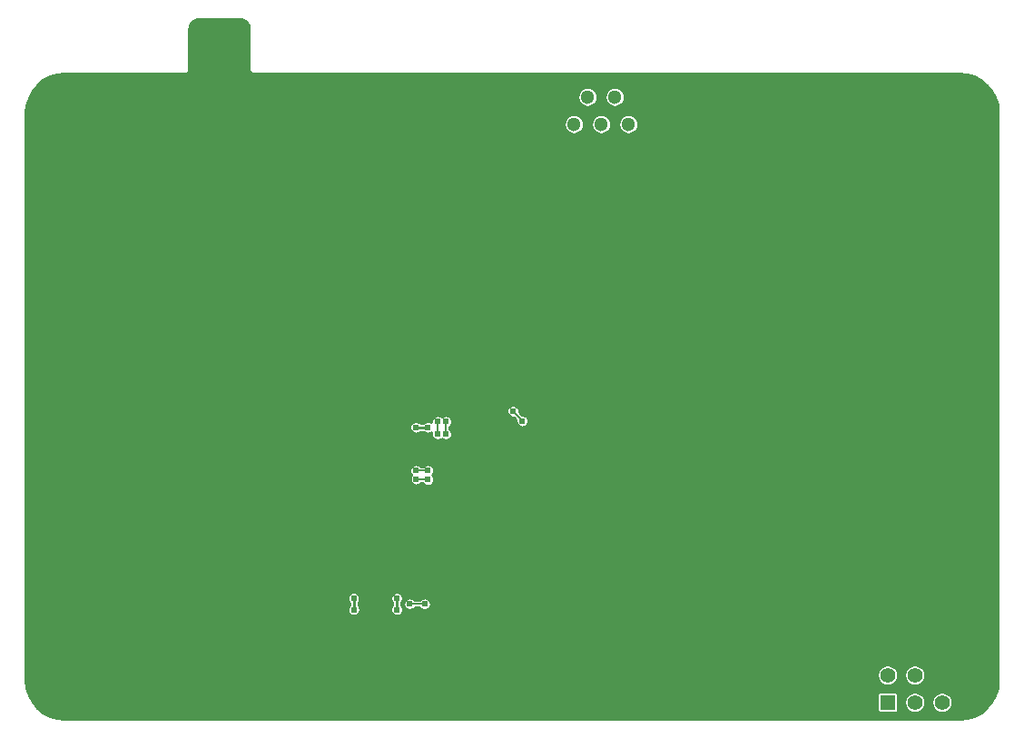
<source format=gbl>
G04 #@! TF.GenerationSoftware,KiCad,Pcbnew,5.1.5-52549c5~84~ubuntu18.04.1*
G04 #@! TF.CreationDate,2019-12-12T20:24:59-05:00*
G04 #@! TF.ProjectId,Shutdown_Sense,53687574-646f-4776-9e5f-53656e73652e,rev?*
G04 #@! TF.SameCoordinates,Original*
G04 #@! TF.FileFunction,Copper,L2,Bot*
G04 #@! TF.FilePolarity,Positive*
%FSLAX46Y46*%
G04 Gerber Fmt 4.6, Leading zero omitted, Abs format (unit mm)*
G04 Created by KiCad (PCBNEW 5.1.5-52549c5~84~ubuntu18.04.1) date 2019-12-12 20:24:59*
%MOMM*%
%LPD*%
G04 APERTURE LIST*
%ADD10C,1.400000*%
%ADD11R,1.400000X1.400000*%
%ADD12C,1.300000*%
%ADD13C,0.800000*%
%ADD14C,0.609600*%
%ADD15C,0.250000*%
%ADD16C,0.381000*%
%ADD17C,0.254000*%
%ADD18C,0.152400*%
G04 APERTURE END LIST*
D10*
X188264800Y-96875600D03*
X188264800Y-99415600D03*
X185724800Y-96875600D03*
X185724800Y-99415600D03*
X183184800Y-96875600D03*
D11*
X183184800Y-99415600D03*
D12*
X155194000Y-42934000D03*
X157734000Y-42934000D03*
X160274000Y-42934000D03*
X152654000Y-42934000D03*
X159004000Y-45474000D03*
X156464000Y-45474000D03*
X153924000Y-45474000D03*
X151384000Y-45474000D03*
X150114000Y-42934000D03*
X148844000Y-45474000D03*
X147574000Y-42934000D03*
X146304000Y-45474000D03*
X145034000Y-42934000D03*
X143764000Y-45474000D03*
X142494000Y-42934000D03*
X141224000Y-45474000D03*
X139954000Y-42934000D03*
X138684000Y-45474000D03*
X137414000Y-42934000D03*
X136144000Y-45474000D03*
D13*
X174485320Y-74889480D03*
X181975780Y-46545620D03*
X186679860Y-55575320D03*
X186654460Y-49776500D03*
D14*
X167060900Y-67759700D03*
D13*
X168295340Y-72024360D03*
X186654460Y-46621820D03*
D14*
X163314400Y-57536200D03*
D13*
X171749740Y-74889480D03*
X186692560Y-52745760D03*
X169649160Y-74889480D03*
X177820340Y-74853920D03*
X184856140Y-46558320D03*
D14*
X155854400Y-69088000D03*
X155854400Y-71170800D03*
X144221200Y-51968400D03*
X147980400Y-48564800D03*
X152704800Y-50038000D03*
X137464800Y-57404000D03*
X142341600Y-60299600D03*
X161696400Y-42926000D03*
X128981200Y-83616800D03*
X133502400Y-83616800D03*
X190754000Y-96824800D03*
X137414000Y-100330000D03*
X129387600Y-100330000D03*
X141478000Y-100152199D03*
X149504400Y-100152199D03*
X157581600Y-100152199D03*
X165608000Y-100152199D03*
X173634400Y-100152199D03*
X140309600Y-73761600D03*
X139192000Y-73761600D03*
X149099492Y-73153492D03*
X148240308Y-72243508D03*
X138607800Y-90220800D03*
X140004800Y-90220802D03*
X141986000Y-73213000D03*
X141986000Y-74381400D03*
X139217400Y-78587600D03*
X140309600Y-78638400D03*
X141223997Y-74381400D03*
X141224000Y-73213000D03*
X140309592Y-77774800D03*
X139191988Y-77774800D03*
X137414000Y-90754160D03*
X137414000Y-89687360D03*
X133400800Y-90754211D03*
X133385230Y-89687411D03*
D15*
X170214845Y-74889480D02*
X170217385Y-74892020D01*
D16*
X181988480Y-46558320D02*
X181975780Y-46545620D01*
D17*
X167060900Y-67759700D02*
X167365699Y-68064499D01*
D16*
X186679860Y-52758460D02*
X186692560Y-52745760D01*
X186679860Y-55575320D02*
X186679860Y-52758460D01*
D17*
X167365699Y-70289539D02*
X168295340Y-71219180D01*
D15*
X170217385Y-74892020D02*
X171747200Y-74892020D01*
X168295340Y-71219180D02*
X168295340Y-72024360D01*
X174520880Y-74853920D02*
X174485320Y-74889480D01*
D16*
X184856140Y-46558320D02*
X181988480Y-46558320D01*
D15*
X177820340Y-74853920D02*
X174520880Y-74853920D01*
D16*
X186654460Y-49776500D02*
X186654460Y-49210815D01*
D17*
X167365699Y-68064499D02*
X167365699Y-70289539D01*
D15*
X171747200Y-74892020D02*
X171749740Y-74889480D01*
D16*
X186654460Y-49210815D02*
X186654460Y-46621820D01*
D15*
X169649160Y-74889480D02*
X170214845Y-74889480D01*
D17*
X140309600Y-73761600D02*
X139192000Y-73761600D01*
D18*
X149099492Y-73153492D02*
X149099492Y-73102692D01*
X149099492Y-73102692D02*
X148240308Y-72243508D01*
X140004798Y-90220800D02*
X140004800Y-90220802D01*
X138607800Y-90220800D02*
X140004798Y-90220800D01*
X141986000Y-73213000D02*
X141986000Y-74381400D01*
X139217400Y-78587600D02*
X140258800Y-78587600D01*
X140258800Y-78587600D02*
X140309600Y-78638400D01*
X141223997Y-74381400D02*
X141223997Y-73213003D01*
X141223997Y-73213003D02*
X141224000Y-73213000D01*
X139191988Y-77774800D02*
X140309592Y-77774800D01*
D17*
X137414000Y-90754160D02*
X137414000Y-89687360D01*
X133400800Y-90754211D02*
X133400800Y-89702981D01*
X133400800Y-89702981D02*
X133385230Y-89687411D01*
G36*
X122918628Y-35704147D02*
G01*
X123084688Y-35754283D01*
X123237842Y-35835715D01*
X123372267Y-35945350D01*
X123482832Y-36079000D01*
X123565335Y-36231586D01*
X123616627Y-36397284D01*
X123636601Y-36587326D01*
X123636600Y-40367369D01*
X123634765Y-40386001D01*
X123642090Y-40460376D01*
X123663785Y-40531893D01*
X123699015Y-40597804D01*
X123745365Y-40654282D01*
X123746426Y-40655575D01*
X123804197Y-40702986D01*
X123870108Y-40738216D01*
X123941625Y-40759911D01*
X124016000Y-40767236D01*
X124034632Y-40765401D01*
X189847446Y-40765401D01*
X190568888Y-40836139D01*
X191245010Y-41040272D01*
X191868602Y-41371843D01*
X192415914Y-41818219D01*
X192866104Y-42362405D01*
X193202019Y-42983667D01*
X193410866Y-43658343D01*
X193486571Y-44378619D01*
X193486599Y-44386743D01*
X193486600Y-97327437D01*
X193415861Y-98048889D01*
X193211728Y-98725011D01*
X192880157Y-99348605D01*
X192433779Y-99895918D01*
X191889595Y-100346105D01*
X191268333Y-100682020D01*
X190593656Y-100890868D01*
X189873382Y-100966572D01*
X189865257Y-100966600D01*
X106444553Y-100966600D01*
X105723111Y-100895862D01*
X105046989Y-100691729D01*
X104423395Y-100360158D01*
X103876082Y-99913780D01*
X103425895Y-99369596D01*
X103089980Y-98748334D01*
X103079848Y-98715600D01*
X182204049Y-98715600D01*
X182204049Y-100115600D01*
X182209444Y-100170372D01*
X182225420Y-100223039D01*
X182251364Y-100271577D01*
X182286279Y-100314121D01*
X182328823Y-100349036D01*
X182377361Y-100374980D01*
X182430028Y-100390956D01*
X182484800Y-100396351D01*
X183884800Y-100396351D01*
X183939572Y-100390956D01*
X183992239Y-100374980D01*
X184040777Y-100349036D01*
X184083321Y-100314121D01*
X184118236Y-100271577D01*
X184144180Y-100223039D01*
X184160156Y-100170372D01*
X184165551Y-100115600D01*
X184165551Y-99319138D01*
X184745400Y-99319138D01*
X184745400Y-99512062D01*
X184783038Y-99701280D01*
X184856867Y-99879520D01*
X184964050Y-100039931D01*
X185100469Y-100176350D01*
X185260880Y-100283533D01*
X185439120Y-100357362D01*
X185628338Y-100395000D01*
X185821262Y-100395000D01*
X186010480Y-100357362D01*
X186188720Y-100283533D01*
X186349131Y-100176350D01*
X186485550Y-100039931D01*
X186592733Y-99879520D01*
X186666562Y-99701280D01*
X186704200Y-99512062D01*
X186704200Y-99319138D01*
X187285400Y-99319138D01*
X187285400Y-99512062D01*
X187323038Y-99701280D01*
X187396867Y-99879520D01*
X187504050Y-100039931D01*
X187640469Y-100176350D01*
X187800880Y-100283533D01*
X187979120Y-100357362D01*
X188168338Y-100395000D01*
X188361262Y-100395000D01*
X188550480Y-100357362D01*
X188728720Y-100283533D01*
X188889131Y-100176350D01*
X189025550Y-100039931D01*
X189132733Y-99879520D01*
X189206562Y-99701280D01*
X189244200Y-99512062D01*
X189244200Y-99319138D01*
X189206562Y-99129920D01*
X189132733Y-98951680D01*
X189025550Y-98791269D01*
X188889131Y-98654850D01*
X188728720Y-98547667D01*
X188550480Y-98473838D01*
X188361262Y-98436200D01*
X188168338Y-98436200D01*
X187979120Y-98473838D01*
X187800880Y-98547667D01*
X187640469Y-98654850D01*
X187504050Y-98791269D01*
X187396867Y-98951680D01*
X187323038Y-99129920D01*
X187285400Y-99319138D01*
X186704200Y-99319138D01*
X186666562Y-99129920D01*
X186592733Y-98951680D01*
X186485550Y-98791269D01*
X186349131Y-98654850D01*
X186188720Y-98547667D01*
X186010480Y-98473838D01*
X185821262Y-98436200D01*
X185628338Y-98436200D01*
X185439120Y-98473838D01*
X185260880Y-98547667D01*
X185100469Y-98654850D01*
X184964050Y-98791269D01*
X184856867Y-98951680D01*
X184783038Y-99129920D01*
X184745400Y-99319138D01*
X184165551Y-99319138D01*
X184165551Y-98715600D01*
X184160156Y-98660828D01*
X184144180Y-98608161D01*
X184118236Y-98559623D01*
X184083321Y-98517079D01*
X184040777Y-98482164D01*
X183992239Y-98456220D01*
X183939572Y-98440244D01*
X183884800Y-98434849D01*
X182484800Y-98434849D01*
X182430028Y-98440244D01*
X182377361Y-98456220D01*
X182328823Y-98482164D01*
X182286279Y-98517079D01*
X182251364Y-98559623D01*
X182225420Y-98608161D01*
X182209444Y-98660828D01*
X182204049Y-98715600D01*
X103079848Y-98715600D01*
X102881132Y-98073657D01*
X102805428Y-97353383D01*
X102805400Y-97345258D01*
X102805400Y-96779138D01*
X182205400Y-96779138D01*
X182205400Y-96972062D01*
X182243038Y-97161280D01*
X182316867Y-97339520D01*
X182424050Y-97499931D01*
X182560469Y-97636350D01*
X182720880Y-97743533D01*
X182899120Y-97817362D01*
X183088338Y-97855000D01*
X183281262Y-97855000D01*
X183470480Y-97817362D01*
X183648720Y-97743533D01*
X183809131Y-97636350D01*
X183945550Y-97499931D01*
X184052733Y-97339520D01*
X184126562Y-97161280D01*
X184164200Y-96972062D01*
X184164200Y-96779138D01*
X184745400Y-96779138D01*
X184745400Y-96972062D01*
X184783038Y-97161280D01*
X184856867Y-97339520D01*
X184964050Y-97499931D01*
X185100469Y-97636350D01*
X185260880Y-97743533D01*
X185439120Y-97817362D01*
X185628338Y-97855000D01*
X185821262Y-97855000D01*
X186010480Y-97817362D01*
X186188720Y-97743533D01*
X186349131Y-97636350D01*
X186485550Y-97499931D01*
X186592733Y-97339520D01*
X186666562Y-97161280D01*
X186704200Y-96972062D01*
X186704200Y-96779138D01*
X186666562Y-96589920D01*
X186592733Y-96411680D01*
X186485550Y-96251269D01*
X186349131Y-96114850D01*
X186188720Y-96007667D01*
X186010480Y-95933838D01*
X185821262Y-95896200D01*
X185628338Y-95896200D01*
X185439120Y-95933838D01*
X185260880Y-96007667D01*
X185100469Y-96114850D01*
X184964050Y-96251269D01*
X184856867Y-96411680D01*
X184783038Y-96589920D01*
X184745400Y-96779138D01*
X184164200Y-96779138D01*
X184126562Y-96589920D01*
X184052733Y-96411680D01*
X183945550Y-96251269D01*
X183809131Y-96114850D01*
X183648720Y-96007667D01*
X183470480Y-95933838D01*
X183281262Y-95896200D01*
X183088338Y-95896200D01*
X182899120Y-95933838D01*
X182720880Y-96007667D01*
X182560469Y-96114850D01*
X182424050Y-96251269D01*
X182316867Y-96411680D01*
X182243038Y-96589920D01*
X182205400Y-96779138D01*
X102805400Y-96779138D01*
X102805400Y-89629872D01*
X132801030Y-89629872D01*
X132801030Y-89744950D01*
X132823480Y-89857816D01*
X132867518Y-89964134D01*
X132931452Y-90059817D01*
X132994401Y-90122766D01*
X132994400Y-90334427D01*
X132947022Y-90381805D01*
X132883088Y-90477488D01*
X132839050Y-90583806D01*
X132816600Y-90696672D01*
X132816600Y-90811750D01*
X132839050Y-90924616D01*
X132883088Y-91030934D01*
X132947022Y-91126617D01*
X133028394Y-91207989D01*
X133124077Y-91271923D01*
X133230395Y-91315961D01*
X133343261Y-91338411D01*
X133458339Y-91338411D01*
X133571205Y-91315961D01*
X133677523Y-91271923D01*
X133773206Y-91207989D01*
X133854578Y-91126617D01*
X133918512Y-91030934D01*
X133962550Y-90924616D01*
X133985000Y-90811750D01*
X133985000Y-90696672D01*
X133962550Y-90583806D01*
X133918512Y-90477488D01*
X133854578Y-90381805D01*
X133807200Y-90334427D01*
X133807200Y-90091625D01*
X133839008Y-90059817D01*
X133902942Y-89964134D01*
X133946980Y-89857816D01*
X133969430Y-89744950D01*
X133969430Y-89629872D01*
X133969420Y-89629821D01*
X136829800Y-89629821D01*
X136829800Y-89744899D01*
X136852250Y-89857765D01*
X136896288Y-89964083D01*
X136960222Y-90059766D01*
X137007601Y-90107145D01*
X137007600Y-90334376D01*
X136960222Y-90381754D01*
X136896288Y-90477437D01*
X136852250Y-90583755D01*
X136829800Y-90696621D01*
X136829800Y-90811699D01*
X136852250Y-90924565D01*
X136896288Y-91030883D01*
X136960222Y-91126566D01*
X137041594Y-91207938D01*
X137137277Y-91271872D01*
X137243595Y-91315910D01*
X137356461Y-91338360D01*
X137471539Y-91338360D01*
X137584405Y-91315910D01*
X137690723Y-91271872D01*
X137786406Y-91207938D01*
X137867778Y-91126566D01*
X137931712Y-91030883D01*
X137975750Y-90924565D01*
X137998200Y-90811699D01*
X137998200Y-90696621D01*
X137975750Y-90583755D01*
X137931712Y-90477437D01*
X137867778Y-90381754D01*
X137820400Y-90334376D01*
X137820400Y-90163261D01*
X138023600Y-90163261D01*
X138023600Y-90278339D01*
X138046050Y-90391205D01*
X138090088Y-90497523D01*
X138154022Y-90593206D01*
X138235394Y-90674578D01*
X138331077Y-90738512D01*
X138437395Y-90782550D01*
X138550261Y-90805000D01*
X138665339Y-90805000D01*
X138778205Y-90782550D01*
X138884523Y-90738512D01*
X138980206Y-90674578D01*
X139061578Y-90593206D01*
X139072808Y-90576400D01*
X139539791Y-90576400D01*
X139551022Y-90593208D01*
X139632394Y-90674580D01*
X139728077Y-90738514D01*
X139834395Y-90782552D01*
X139947261Y-90805002D01*
X140062339Y-90805002D01*
X140175205Y-90782552D01*
X140281523Y-90738514D01*
X140377206Y-90674580D01*
X140458578Y-90593208D01*
X140522512Y-90497525D01*
X140566550Y-90391207D01*
X140589000Y-90278341D01*
X140589000Y-90163263D01*
X140566550Y-90050397D01*
X140522512Y-89944079D01*
X140458578Y-89848396D01*
X140377206Y-89767024D01*
X140281523Y-89703090D01*
X140175205Y-89659052D01*
X140062339Y-89636602D01*
X139947261Y-89636602D01*
X139834395Y-89659052D01*
X139728077Y-89703090D01*
X139632394Y-89767024D01*
X139551022Y-89848396D01*
X139539794Y-89865200D01*
X139072808Y-89865200D01*
X139061578Y-89848394D01*
X138980206Y-89767022D01*
X138884523Y-89703088D01*
X138778205Y-89659050D01*
X138665339Y-89636600D01*
X138550261Y-89636600D01*
X138437395Y-89659050D01*
X138331077Y-89703088D01*
X138235394Y-89767022D01*
X138154022Y-89848394D01*
X138090088Y-89944077D01*
X138046050Y-90050395D01*
X138023600Y-90163261D01*
X137820400Y-90163261D01*
X137820400Y-90107144D01*
X137867778Y-90059766D01*
X137931712Y-89964083D01*
X137975750Y-89857765D01*
X137998200Y-89744899D01*
X137998200Y-89629821D01*
X137975750Y-89516955D01*
X137931712Y-89410637D01*
X137867778Y-89314954D01*
X137786406Y-89233582D01*
X137690723Y-89169648D01*
X137584405Y-89125610D01*
X137471539Y-89103160D01*
X137356461Y-89103160D01*
X137243595Y-89125610D01*
X137137277Y-89169648D01*
X137041594Y-89233582D01*
X136960222Y-89314954D01*
X136896288Y-89410637D01*
X136852250Y-89516955D01*
X136829800Y-89629821D01*
X133969420Y-89629821D01*
X133946980Y-89517006D01*
X133902942Y-89410688D01*
X133839008Y-89315005D01*
X133757636Y-89233633D01*
X133661953Y-89169699D01*
X133555635Y-89125661D01*
X133442769Y-89103211D01*
X133327691Y-89103211D01*
X133214825Y-89125661D01*
X133108507Y-89169699D01*
X133012824Y-89233633D01*
X132931452Y-89315005D01*
X132867518Y-89410688D01*
X132823480Y-89517006D01*
X132801030Y-89629872D01*
X102805400Y-89629872D01*
X102805400Y-77717261D01*
X138607788Y-77717261D01*
X138607788Y-77832339D01*
X138630238Y-77945205D01*
X138674276Y-78051523D01*
X138738210Y-78147206D01*
X138784910Y-78193906D01*
X138763622Y-78215194D01*
X138699688Y-78310877D01*
X138655650Y-78417195D01*
X138633200Y-78530061D01*
X138633200Y-78645139D01*
X138655650Y-78758005D01*
X138699688Y-78864323D01*
X138763622Y-78960006D01*
X138844994Y-79041378D01*
X138940677Y-79105312D01*
X139046995Y-79149350D01*
X139159861Y-79171800D01*
X139274939Y-79171800D01*
X139387805Y-79149350D01*
X139494123Y-79105312D01*
X139589806Y-79041378D01*
X139671178Y-78960006D01*
X139682408Y-78943200D01*
X139810649Y-78943200D01*
X139855822Y-79010806D01*
X139937194Y-79092178D01*
X140032877Y-79156112D01*
X140139195Y-79200150D01*
X140252061Y-79222600D01*
X140367139Y-79222600D01*
X140480005Y-79200150D01*
X140586323Y-79156112D01*
X140682006Y-79092178D01*
X140763378Y-79010806D01*
X140827312Y-78915123D01*
X140871350Y-78808805D01*
X140893800Y-78695939D01*
X140893800Y-78580861D01*
X140871350Y-78467995D01*
X140827312Y-78361677D01*
X140763378Y-78265994D01*
X140703980Y-78206596D01*
X140763370Y-78147206D01*
X140827304Y-78051523D01*
X140871342Y-77945205D01*
X140893792Y-77832339D01*
X140893792Y-77717261D01*
X140871342Y-77604395D01*
X140827304Y-77498077D01*
X140763370Y-77402394D01*
X140681998Y-77321022D01*
X140586315Y-77257088D01*
X140479997Y-77213050D01*
X140367131Y-77190600D01*
X140252053Y-77190600D01*
X140139187Y-77213050D01*
X140032869Y-77257088D01*
X139937186Y-77321022D01*
X139855814Y-77402394D01*
X139844584Y-77419200D01*
X139656996Y-77419200D01*
X139645766Y-77402394D01*
X139564394Y-77321022D01*
X139468711Y-77257088D01*
X139362393Y-77213050D01*
X139249527Y-77190600D01*
X139134449Y-77190600D01*
X139021583Y-77213050D01*
X138915265Y-77257088D01*
X138819582Y-77321022D01*
X138738210Y-77402394D01*
X138674276Y-77498077D01*
X138630238Y-77604395D01*
X138607788Y-77717261D01*
X102805400Y-77717261D01*
X102805400Y-73704061D01*
X138607800Y-73704061D01*
X138607800Y-73819139D01*
X138630250Y-73932005D01*
X138674288Y-74038323D01*
X138738222Y-74134006D01*
X138819594Y-74215378D01*
X138915277Y-74279312D01*
X139021595Y-74323350D01*
X139134461Y-74345800D01*
X139249539Y-74345800D01*
X139362405Y-74323350D01*
X139468723Y-74279312D01*
X139564406Y-74215378D01*
X139611784Y-74168000D01*
X139889816Y-74168000D01*
X139937194Y-74215378D01*
X140032877Y-74279312D01*
X140139195Y-74323350D01*
X140252061Y-74345800D01*
X140367139Y-74345800D01*
X140480005Y-74323350D01*
X140586323Y-74279312D01*
X140658213Y-74231276D01*
X140639797Y-74323861D01*
X140639797Y-74438939D01*
X140662247Y-74551805D01*
X140706285Y-74658123D01*
X140770219Y-74753806D01*
X140851591Y-74835178D01*
X140947274Y-74899112D01*
X141053592Y-74943150D01*
X141166458Y-74965600D01*
X141281536Y-74965600D01*
X141394402Y-74943150D01*
X141500720Y-74899112D01*
X141596403Y-74835178D01*
X141604999Y-74826583D01*
X141613594Y-74835178D01*
X141709277Y-74899112D01*
X141815595Y-74943150D01*
X141928461Y-74965600D01*
X142043539Y-74965600D01*
X142156405Y-74943150D01*
X142262723Y-74899112D01*
X142358406Y-74835178D01*
X142439778Y-74753806D01*
X142503712Y-74658123D01*
X142547750Y-74551805D01*
X142570200Y-74438939D01*
X142570200Y-74323861D01*
X142547750Y-74210995D01*
X142503712Y-74104677D01*
X142439778Y-74008994D01*
X142358406Y-73927622D01*
X142341600Y-73916392D01*
X142341600Y-73678008D01*
X142358406Y-73666778D01*
X142439778Y-73585406D01*
X142503712Y-73489723D01*
X142547750Y-73383405D01*
X142570200Y-73270539D01*
X142570200Y-73155461D01*
X142547750Y-73042595D01*
X142503712Y-72936277D01*
X142439778Y-72840594D01*
X142358406Y-72759222D01*
X142262723Y-72695288D01*
X142156405Y-72651250D01*
X142043539Y-72628800D01*
X141928461Y-72628800D01*
X141815595Y-72651250D01*
X141709277Y-72695288D01*
X141613594Y-72759222D01*
X141605000Y-72767816D01*
X141596406Y-72759222D01*
X141500723Y-72695288D01*
X141394405Y-72651250D01*
X141281539Y-72628800D01*
X141166461Y-72628800D01*
X141053595Y-72651250D01*
X140947277Y-72695288D01*
X140851594Y-72759222D01*
X140770222Y-72840594D01*
X140706288Y-72936277D01*
X140662250Y-73042595D01*
X140639800Y-73155461D01*
X140639800Y-73270539D01*
X140641883Y-73281013D01*
X140586323Y-73243888D01*
X140480005Y-73199850D01*
X140367139Y-73177400D01*
X140252061Y-73177400D01*
X140139195Y-73199850D01*
X140032877Y-73243888D01*
X139937194Y-73307822D01*
X139889816Y-73355200D01*
X139611784Y-73355200D01*
X139564406Y-73307822D01*
X139468723Y-73243888D01*
X139362405Y-73199850D01*
X139249539Y-73177400D01*
X139134461Y-73177400D01*
X139021595Y-73199850D01*
X138915277Y-73243888D01*
X138819594Y-73307822D01*
X138738222Y-73389194D01*
X138674288Y-73484877D01*
X138630250Y-73591195D01*
X138607800Y-73704061D01*
X102805400Y-73704061D01*
X102805400Y-72185969D01*
X147656108Y-72185969D01*
X147656108Y-72301047D01*
X147678558Y-72413913D01*
X147722596Y-72520231D01*
X147786530Y-72615914D01*
X147867902Y-72697286D01*
X147963585Y-72761220D01*
X148069903Y-72805258D01*
X148182769Y-72827708D01*
X148297847Y-72827708D01*
X148317671Y-72823765D01*
X148527663Y-73033757D01*
X148515292Y-73095953D01*
X148515292Y-73211031D01*
X148537742Y-73323897D01*
X148581780Y-73430215D01*
X148645714Y-73525898D01*
X148727086Y-73607270D01*
X148822769Y-73671204D01*
X148929087Y-73715242D01*
X149041953Y-73737692D01*
X149157031Y-73737692D01*
X149269897Y-73715242D01*
X149376215Y-73671204D01*
X149471898Y-73607270D01*
X149553270Y-73525898D01*
X149617204Y-73430215D01*
X149661242Y-73323897D01*
X149683692Y-73211031D01*
X149683692Y-73095953D01*
X149661242Y-72983087D01*
X149617204Y-72876769D01*
X149553270Y-72781086D01*
X149471898Y-72699714D01*
X149376215Y-72635780D01*
X149269897Y-72591742D01*
X149157031Y-72569292D01*
X149068986Y-72569292D01*
X148820565Y-72320871D01*
X148824508Y-72301047D01*
X148824508Y-72185969D01*
X148802058Y-72073103D01*
X148758020Y-71966785D01*
X148694086Y-71871102D01*
X148612714Y-71789730D01*
X148517031Y-71725796D01*
X148410713Y-71681758D01*
X148297847Y-71659308D01*
X148182769Y-71659308D01*
X148069903Y-71681758D01*
X147963585Y-71725796D01*
X147867902Y-71789730D01*
X147786530Y-71871102D01*
X147722596Y-71966785D01*
X147678558Y-72073103D01*
X147656108Y-72185969D01*
X102805400Y-72185969D01*
X102805400Y-45382462D01*
X152994600Y-45382462D01*
X152994600Y-45565538D01*
X153030316Y-45745096D01*
X153100376Y-45914236D01*
X153202088Y-46066458D01*
X153331542Y-46195912D01*
X153483764Y-46297624D01*
X153652904Y-46367684D01*
X153832462Y-46403400D01*
X154015538Y-46403400D01*
X154195096Y-46367684D01*
X154364236Y-46297624D01*
X154516458Y-46195912D01*
X154645912Y-46066458D01*
X154747624Y-45914236D01*
X154817684Y-45745096D01*
X154853400Y-45565538D01*
X154853400Y-45382462D01*
X155534600Y-45382462D01*
X155534600Y-45565538D01*
X155570316Y-45745096D01*
X155640376Y-45914236D01*
X155742088Y-46066458D01*
X155871542Y-46195912D01*
X156023764Y-46297624D01*
X156192904Y-46367684D01*
X156372462Y-46403400D01*
X156555538Y-46403400D01*
X156735096Y-46367684D01*
X156904236Y-46297624D01*
X157056458Y-46195912D01*
X157185912Y-46066458D01*
X157287624Y-45914236D01*
X157357684Y-45745096D01*
X157393400Y-45565538D01*
X157393400Y-45382462D01*
X158074600Y-45382462D01*
X158074600Y-45565538D01*
X158110316Y-45745096D01*
X158180376Y-45914236D01*
X158282088Y-46066458D01*
X158411542Y-46195912D01*
X158563764Y-46297624D01*
X158732904Y-46367684D01*
X158912462Y-46403400D01*
X159095538Y-46403400D01*
X159275096Y-46367684D01*
X159444236Y-46297624D01*
X159596458Y-46195912D01*
X159725912Y-46066458D01*
X159827624Y-45914236D01*
X159897684Y-45745096D01*
X159933400Y-45565538D01*
X159933400Y-45382462D01*
X159897684Y-45202904D01*
X159827624Y-45033764D01*
X159725912Y-44881542D01*
X159596458Y-44752088D01*
X159444236Y-44650376D01*
X159275096Y-44580316D01*
X159095538Y-44544600D01*
X158912462Y-44544600D01*
X158732904Y-44580316D01*
X158563764Y-44650376D01*
X158411542Y-44752088D01*
X158282088Y-44881542D01*
X158180376Y-45033764D01*
X158110316Y-45202904D01*
X158074600Y-45382462D01*
X157393400Y-45382462D01*
X157357684Y-45202904D01*
X157287624Y-45033764D01*
X157185912Y-44881542D01*
X157056458Y-44752088D01*
X156904236Y-44650376D01*
X156735096Y-44580316D01*
X156555538Y-44544600D01*
X156372462Y-44544600D01*
X156192904Y-44580316D01*
X156023764Y-44650376D01*
X155871542Y-44752088D01*
X155742088Y-44881542D01*
X155640376Y-45033764D01*
X155570316Y-45202904D01*
X155534600Y-45382462D01*
X154853400Y-45382462D01*
X154817684Y-45202904D01*
X154747624Y-45033764D01*
X154645912Y-44881542D01*
X154516458Y-44752088D01*
X154364236Y-44650376D01*
X154195096Y-44580316D01*
X154015538Y-44544600D01*
X153832462Y-44544600D01*
X153652904Y-44580316D01*
X153483764Y-44650376D01*
X153331542Y-44752088D01*
X153202088Y-44881542D01*
X153100376Y-45033764D01*
X153030316Y-45202904D01*
X152994600Y-45382462D01*
X102805400Y-45382462D01*
X102805400Y-44404554D01*
X102876138Y-43683112D01*
X103080271Y-43006990D01*
X103167752Y-42842462D01*
X154264600Y-42842462D01*
X154264600Y-43025538D01*
X154300316Y-43205096D01*
X154370376Y-43374236D01*
X154472088Y-43526458D01*
X154601542Y-43655912D01*
X154753764Y-43757624D01*
X154922904Y-43827684D01*
X155102462Y-43863400D01*
X155285538Y-43863400D01*
X155465096Y-43827684D01*
X155634236Y-43757624D01*
X155786458Y-43655912D01*
X155915912Y-43526458D01*
X156017624Y-43374236D01*
X156087684Y-43205096D01*
X156123400Y-43025538D01*
X156123400Y-42842462D01*
X156804600Y-42842462D01*
X156804600Y-43025538D01*
X156840316Y-43205096D01*
X156910376Y-43374236D01*
X157012088Y-43526458D01*
X157141542Y-43655912D01*
X157293764Y-43757624D01*
X157462904Y-43827684D01*
X157642462Y-43863400D01*
X157825538Y-43863400D01*
X158005096Y-43827684D01*
X158174236Y-43757624D01*
X158326458Y-43655912D01*
X158455912Y-43526458D01*
X158557624Y-43374236D01*
X158627684Y-43205096D01*
X158663400Y-43025538D01*
X158663400Y-42842462D01*
X158627684Y-42662904D01*
X158557624Y-42493764D01*
X158455912Y-42341542D01*
X158326458Y-42212088D01*
X158174236Y-42110376D01*
X158005096Y-42040316D01*
X157825538Y-42004600D01*
X157642462Y-42004600D01*
X157462904Y-42040316D01*
X157293764Y-42110376D01*
X157141542Y-42212088D01*
X157012088Y-42341542D01*
X156910376Y-42493764D01*
X156840316Y-42662904D01*
X156804600Y-42842462D01*
X156123400Y-42842462D01*
X156087684Y-42662904D01*
X156017624Y-42493764D01*
X155915912Y-42341542D01*
X155786458Y-42212088D01*
X155634236Y-42110376D01*
X155465096Y-42040316D01*
X155285538Y-42004600D01*
X155102462Y-42004600D01*
X154922904Y-42040316D01*
X154753764Y-42110376D01*
X154601542Y-42212088D01*
X154472088Y-42341542D01*
X154370376Y-42493764D01*
X154300316Y-42662904D01*
X154264600Y-42842462D01*
X103167752Y-42842462D01*
X103411842Y-42383398D01*
X103858218Y-41836086D01*
X104402404Y-41385896D01*
X105023666Y-41049981D01*
X105698342Y-40841134D01*
X106418618Y-40765429D01*
X106426742Y-40765401D01*
X117647367Y-40765401D01*
X117665999Y-40767236D01*
X117684631Y-40765401D01*
X117740374Y-40759911D01*
X117811891Y-40738216D01*
X117877802Y-40702986D01*
X117935573Y-40655575D01*
X117982984Y-40597804D01*
X118018214Y-40531893D01*
X118039909Y-40460376D01*
X118047234Y-40386001D01*
X118045399Y-40367369D01*
X118045399Y-36594554D01*
X118064145Y-36403373D01*
X118114281Y-36237313D01*
X118195713Y-36084159D01*
X118305348Y-35949734D01*
X118438998Y-35839169D01*
X118591584Y-35756666D01*
X118757282Y-35705374D01*
X118947315Y-35685401D01*
X122727447Y-35685401D01*
X122918628Y-35704147D01*
G37*
X122918628Y-35704147D02*
X123084688Y-35754283D01*
X123237842Y-35835715D01*
X123372267Y-35945350D01*
X123482832Y-36079000D01*
X123565335Y-36231586D01*
X123616627Y-36397284D01*
X123636601Y-36587326D01*
X123636600Y-40367369D01*
X123634765Y-40386001D01*
X123642090Y-40460376D01*
X123663785Y-40531893D01*
X123699015Y-40597804D01*
X123745365Y-40654282D01*
X123746426Y-40655575D01*
X123804197Y-40702986D01*
X123870108Y-40738216D01*
X123941625Y-40759911D01*
X124016000Y-40767236D01*
X124034632Y-40765401D01*
X189847446Y-40765401D01*
X190568888Y-40836139D01*
X191245010Y-41040272D01*
X191868602Y-41371843D01*
X192415914Y-41818219D01*
X192866104Y-42362405D01*
X193202019Y-42983667D01*
X193410866Y-43658343D01*
X193486571Y-44378619D01*
X193486599Y-44386743D01*
X193486600Y-97327437D01*
X193415861Y-98048889D01*
X193211728Y-98725011D01*
X192880157Y-99348605D01*
X192433779Y-99895918D01*
X191889595Y-100346105D01*
X191268333Y-100682020D01*
X190593656Y-100890868D01*
X189873382Y-100966572D01*
X189865257Y-100966600D01*
X106444553Y-100966600D01*
X105723111Y-100895862D01*
X105046989Y-100691729D01*
X104423395Y-100360158D01*
X103876082Y-99913780D01*
X103425895Y-99369596D01*
X103089980Y-98748334D01*
X103079848Y-98715600D01*
X182204049Y-98715600D01*
X182204049Y-100115600D01*
X182209444Y-100170372D01*
X182225420Y-100223039D01*
X182251364Y-100271577D01*
X182286279Y-100314121D01*
X182328823Y-100349036D01*
X182377361Y-100374980D01*
X182430028Y-100390956D01*
X182484800Y-100396351D01*
X183884800Y-100396351D01*
X183939572Y-100390956D01*
X183992239Y-100374980D01*
X184040777Y-100349036D01*
X184083321Y-100314121D01*
X184118236Y-100271577D01*
X184144180Y-100223039D01*
X184160156Y-100170372D01*
X184165551Y-100115600D01*
X184165551Y-99319138D01*
X184745400Y-99319138D01*
X184745400Y-99512062D01*
X184783038Y-99701280D01*
X184856867Y-99879520D01*
X184964050Y-100039931D01*
X185100469Y-100176350D01*
X185260880Y-100283533D01*
X185439120Y-100357362D01*
X185628338Y-100395000D01*
X185821262Y-100395000D01*
X186010480Y-100357362D01*
X186188720Y-100283533D01*
X186349131Y-100176350D01*
X186485550Y-100039931D01*
X186592733Y-99879520D01*
X186666562Y-99701280D01*
X186704200Y-99512062D01*
X186704200Y-99319138D01*
X187285400Y-99319138D01*
X187285400Y-99512062D01*
X187323038Y-99701280D01*
X187396867Y-99879520D01*
X187504050Y-100039931D01*
X187640469Y-100176350D01*
X187800880Y-100283533D01*
X187979120Y-100357362D01*
X188168338Y-100395000D01*
X188361262Y-100395000D01*
X188550480Y-100357362D01*
X188728720Y-100283533D01*
X188889131Y-100176350D01*
X189025550Y-100039931D01*
X189132733Y-99879520D01*
X189206562Y-99701280D01*
X189244200Y-99512062D01*
X189244200Y-99319138D01*
X189206562Y-99129920D01*
X189132733Y-98951680D01*
X189025550Y-98791269D01*
X188889131Y-98654850D01*
X188728720Y-98547667D01*
X188550480Y-98473838D01*
X188361262Y-98436200D01*
X188168338Y-98436200D01*
X187979120Y-98473838D01*
X187800880Y-98547667D01*
X187640469Y-98654850D01*
X187504050Y-98791269D01*
X187396867Y-98951680D01*
X187323038Y-99129920D01*
X187285400Y-99319138D01*
X186704200Y-99319138D01*
X186666562Y-99129920D01*
X186592733Y-98951680D01*
X186485550Y-98791269D01*
X186349131Y-98654850D01*
X186188720Y-98547667D01*
X186010480Y-98473838D01*
X185821262Y-98436200D01*
X185628338Y-98436200D01*
X185439120Y-98473838D01*
X185260880Y-98547667D01*
X185100469Y-98654850D01*
X184964050Y-98791269D01*
X184856867Y-98951680D01*
X184783038Y-99129920D01*
X184745400Y-99319138D01*
X184165551Y-99319138D01*
X184165551Y-98715600D01*
X184160156Y-98660828D01*
X184144180Y-98608161D01*
X184118236Y-98559623D01*
X184083321Y-98517079D01*
X184040777Y-98482164D01*
X183992239Y-98456220D01*
X183939572Y-98440244D01*
X183884800Y-98434849D01*
X182484800Y-98434849D01*
X182430028Y-98440244D01*
X182377361Y-98456220D01*
X182328823Y-98482164D01*
X182286279Y-98517079D01*
X182251364Y-98559623D01*
X182225420Y-98608161D01*
X182209444Y-98660828D01*
X182204049Y-98715600D01*
X103079848Y-98715600D01*
X102881132Y-98073657D01*
X102805428Y-97353383D01*
X102805400Y-97345258D01*
X102805400Y-96779138D01*
X182205400Y-96779138D01*
X182205400Y-96972062D01*
X182243038Y-97161280D01*
X182316867Y-97339520D01*
X182424050Y-97499931D01*
X182560469Y-97636350D01*
X182720880Y-97743533D01*
X182899120Y-97817362D01*
X183088338Y-97855000D01*
X183281262Y-97855000D01*
X183470480Y-97817362D01*
X183648720Y-97743533D01*
X183809131Y-97636350D01*
X183945550Y-97499931D01*
X184052733Y-97339520D01*
X184126562Y-97161280D01*
X184164200Y-96972062D01*
X184164200Y-96779138D01*
X184745400Y-96779138D01*
X184745400Y-96972062D01*
X184783038Y-97161280D01*
X184856867Y-97339520D01*
X184964050Y-97499931D01*
X185100469Y-97636350D01*
X185260880Y-97743533D01*
X185439120Y-97817362D01*
X185628338Y-97855000D01*
X185821262Y-97855000D01*
X186010480Y-97817362D01*
X186188720Y-97743533D01*
X186349131Y-97636350D01*
X186485550Y-97499931D01*
X186592733Y-97339520D01*
X186666562Y-97161280D01*
X186704200Y-96972062D01*
X186704200Y-96779138D01*
X186666562Y-96589920D01*
X186592733Y-96411680D01*
X186485550Y-96251269D01*
X186349131Y-96114850D01*
X186188720Y-96007667D01*
X186010480Y-95933838D01*
X185821262Y-95896200D01*
X185628338Y-95896200D01*
X185439120Y-95933838D01*
X185260880Y-96007667D01*
X185100469Y-96114850D01*
X184964050Y-96251269D01*
X184856867Y-96411680D01*
X184783038Y-96589920D01*
X184745400Y-96779138D01*
X184164200Y-96779138D01*
X184126562Y-96589920D01*
X184052733Y-96411680D01*
X183945550Y-96251269D01*
X183809131Y-96114850D01*
X183648720Y-96007667D01*
X183470480Y-95933838D01*
X183281262Y-95896200D01*
X183088338Y-95896200D01*
X182899120Y-95933838D01*
X182720880Y-96007667D01*
X182560469Y-96114850D01*
X182424050Y-96251269D01*
X182316867Y-96411680D01*
X182243038Y-96589920D01*
X182205400Y-96779138D01*
X102805400Y-96779138D01*
X102805400Y-89629872D01*
X132801030Y-89629872D01*
X132801030Y-89744950D01*
X132823480Y-89857816D01*
X132867518Y-89964134D01*
X132931452Y-90059817D01*
X132994401Y-90122766D01*
X132994400Y-90334427D01*
X132947022Y-90381805D01*
X132883088Y-90477488D01*
X132839050Y-90583806D01*
X132816600Y-90696672D01*
X132816600Y-90811750D01*
X132839050Y-90924616D01*
X132883088Y-91030934D01*
X132947022Y-91126617D01*
X133028394Y-91207989D01*
X133124077Y-91271923D01*
X133230395Y-91315961D01*
X133343261Y-91338411D01*
X133458339Y-91338411D01*
X133571205Y-91315961D01*
X133677523Y-91271923D01*
X133773206Y-91207989D01*
X133854578Y-91126617D01*
X133918512Y-91030934D01*
X133962550Y-90924616D01*
X133985000Y-90811750D01*
X133985000Y-90696672D01*
X133962550Y-90583806D01*
X133918512Y-90477488D01*
X133854578Y-90381805D01*
X133807200Y-90334427D01*
X133807200Y-90091625D01*
X133839008Y-90059817D01*
X133902942Y-89964134D01*
X133946980Y-89857816D01*
X133969430Y-89744950D01*
X133969430Y-89629872D01*
X133969420Y-89629821D01*
X136829800Y-89629821D01*
X136829800Y-89744899D01*
X136852250Y-89857765D01*
X136896288Y-89964083D01*
X136960222Y-90059766D01*
X137007601Y-90107145D01*
X137007600Y-90334376D01*
X136960222Y-90381754D01*
X136896288Y-90477437D01*
X136852250Y-90583755D01*
X136829800Y-90696621D01*
X136829800Y-90811699D01*
X136852250Y-90924565D01*
X136896288Y-91030883D01*
X136960222Y-91126566D01*
X137041594Y-91207938D01*
X137137277Y-91271872D01*
X137243595Y-91315910D01*
X137356461Y-91338360D01*
X137471539Y-91338360D01*
X137584405Y-91315910D01*
X137690723Y-91271872D01*
X137786406Y-91207938D01*
X137867778Y-91126566D01*
X137931712Y-91030883D01*
X137975750Y-90924565D01*
X137998200Y-90811699D01*
X137998200Y-90696621D01*
X137975750Y-90583755D01*
X137931712Y-90477437D01*
X137867778Y-90381754D01*
X137820400Y-90334376D01*
X137820400Y-90163261D01*
X138023600Y-90163261D01*
X138023600Y-90278339D01*
X138046050Y-90391205D01*
X138090088Y-90497523D01*
X138154022Y-90593206D01*
X138235394Y-90674578D01*
X138331077Y-90738512D01*
X138437395Y-90782550D01*
X138550261Y-90805000D01*
X138665339Y-90805000D01*
X138778205Y-90782550D01*
X138884523Y-90738512D01*
X138980206Y-90674578D01*
X139061578Y-90593206D01*
X139072808Y-90576400D01*
X139539791Y-90576400D01*
X139551022Y-90593208D01*
X139632394Y-90674580D01*
X139728077Y-90738514D01*
X139834395Y-90782552D01*
X139947261Y-90805002D01*
X140062339Y-90805002D01*
X140175205Y-90782552D01*
X140281523Y-90738514D01*
X140377206Y-90674580D01*
X140458578Y-90593208D01*
X140522512Y-90497525D01*
X140566550Y-90391207D01*
X140589000Y-90278341D01*
X140589000Y-90163263D01*
X140566550Y-90050397D01*
X140522512Y-89944079D01*
X140458578Y-89848396D01*
X140377206Y-89767024D01*
X140281523Y-89703090D01*
X140175205Y-89659052D01*
X140062339Y-89636602D01*
X139947261Y-89636602D01*
X139834395Y-89659052D01*
X139728077Y-89703090D01*
X139632394Y-89767024D01*
X139551022Y-89848396D01*
X139539794Y-89865200D01*
X139072808Y-89865200D01*
X139061578Y-89848394D01*
X138980206Y-89767022D01*
X138884523Y-89703088D01*
X138778205Y-89659050D01*
X138665339Y-89636600D01*
X138550261Y-89636600D01*
X138437395Y-89659050D01*
X138331077Y-89703088D01*
X138235394Y-89767022D01*
X138154022Y-89848394D01*
X138090088Y-89944077D01*
X138046050Y-90050395D01*
X138023600Y-90163261D01*
X137820400Y-90163261D01*
X137820400Y-90107144D01*
X137867778Y-90059766D01*
X137931712Y-89964083D01*
X137975750Y-89857765D01*
X137998200Y-89744899D01*
X137998200Y-89629821D01*
X137975750Y-89516955D01*
X137931712Y-89410637D01*
X137867778Y-89314954D01*
X137786406Y-89233582D01*
X137690723Y-89169648D01*
X137584405Y-89125610D01*
X137471539Y-89103160D01*
X137356461Y-89103160D01*
X137243595Y-89125610D01*
X137137277Y-89169648D01*
X137041594Y-89233582D01*
X136960222Y-89314954D01*
X136896288Y-89410637D01*
X136852250Y-89516955D01*
X136829800Y-89629821D01*
X133969420Y-89629821D01*
X133946980Y-89517006D01*
X133902942Y-89410688D01*
X133839008Y-89315005D01*
X133757636Y-89233633D01*
X133661953Y-89169699D01*
X133555635Y-89125661D01*
X133442769Y-89103211D01*
X133327691Y-89103211D01*
X133214825Y-89125661D01*
X133108507Y-89169699D01*
X133012824Y-89233633D01*
X132931452Y-89315005D01*
X132867518Y-89410688D01*
X132823480Y-89517006D01*
X132801030Y-89629872D01*
X102805400Y-89629872D01*
X102805400Y-77717261D01*
X138607788Y-77717261D01*
X138607788Y-77832339D01*
X138630238Y-77945205D01*
X138674276Y-78051523D01*
X138738210Y-78147206D01*
X138784910Y-78193906D01*
X138763622Y-78215194D01*
X138699688Y-78310877D01*
X138655650Y-78417195D01*
X138633200Y-78530061D01*
X138633200Y-78645139D01*
X138655650Y-78758005D01*
X138699688Y-78864323D01*
X138763622Y-78960006D01*
X138844994Y-79041378D01*
X138940677Y-79105312D01*
X139046995Y-79149350D01*
X139159861Y-79171800D01*
X139274939Y-79171800D01*
X139387805Y-79149350D01*
X139494123Y-79105312D01*
X139589806Y-79041378D01*
X139671178Y-78960006D01*
X139682408Y-78943200D01*
X139810649Y-78943200D01*
X139855822Y-79010806D01*
X139937194Y-79092178D01*
X140032877Y-79156112D01*
X140139195Y-79200150D01*
X140252061Y-79222600D01*
X140367139Y-79222600D01*
X140480005Y-79200150D01*
X140586323Y-79156112D01*
X140682006Y-79092178D01*
X140763378Y-79010806D01*
X140827312Y-78915123D01*
X140871350Y-78808805D01*
X140893800Y-78695939D01*
X140893800Y-78580861D01*
X140871350Y-78467995D01*
X140827312Y-78361677D01*
X140763378Y-78265994D01*
X140703980Y-78206596D01*
X140763370Y-78147206D01*
X140827304Y-78051523D01*
X140871342Y-77945205D01*
X140893792Y-77832339D01*
X140893792Y-77717261D01*
X140871342Y-77604395D01*
X140827304Y-77498077D01*
X140763370Y-77402394D01*
X140681998Y-77321022D01*
X140586315Y-77257088D01*
X140479997Y-77213050D01*
X140367131Y-77190600D01*
X140252053Y-77190600D01*
X140139187Y-77213050D01*
X140032869Y-77257088D01*
X139937186Y-77321022D01*
X139855814Y-77402394D01*
X139844584Y-77419200D01*
X139656996Y-77419200D01*
X139645766Y-77402394D01*
X139564394Y-77321022D01*
X139468711Y-77257088D01*
X139362393Y-77213050D01*
X139249527Y-77190600D01*
X139134449Y-77190600D01*
X139021583Y-77213050D01*
X138915265Y-77257088D01*
X138819582Y-77321022D01*
X138738210Y-77402394D01*
X138674276Y-77498077D01*
X138630238Y-77604395D01*
X138607788Y-77717261D01*
X102805400Y-77717261D01*
X102805400Y-73704061D01*
X138607800Y-73704061D01*
X138607800Y-73819139D01*
X138630250Y-73932005D01*
X138674288Y-74038323D01*
X138738222Y-74134006D01*
X138819594Y-74215378D01*
X138915277Y-74279312D01*
X139021595Y-74323350D01*
X139134461Y-74345800D01*
X139249539Y-74345800D01*
X139362405Y-74323350D01*
X139468723Y-74279312D01*
X139564406Y-74215378D01*
X139611784Y-74168000D01*
X139889816Y-74168000D01*
X139937194Y-74215378D01*
X140032877Y-74279312D01*
X140139195Y-74323350D01*
X140252061Y-74345800D01*
X140367139Y-74345800D01*
X140480005Y-74323350D01*
X140586323Y-74279312D01*
X140658213Y-74231276D01*
X140639797Y-74323861D01*
X140639797Y-74438939D01*
X140662247Y-74551805D01*
X140706285Y-74658123D01*
X140770219Y-74753806D01*
X140851591Y-74835178D01*
X140947274Y-74899112D01*
X141053592Y-74943150D01*
X141166458Y-74965600D01*
X141281536Y-74965600D01*
X141394402Y-74943150D01*
X141500720Y-74899112D01*
X141596403Y-74835178D01*
X141604999Y-74826583D01*
X141613594Y-74835178D01*
X141709277Y-74899112D01*
X141815595Y-74943150D01*
X141928461Y-74965600D01*
X142043539Y-74965600D01*
X142156405Y-74943150D01*
X142262723Y-74899112D01*
X142358406Y-74835178D01*
X142439778Y-74753806D01*
X142503712Y-74658123D01*
X142547750Y-74551805D01*
X142570200Y-74438939D01*
X142570200Y-74323861D01*
X142547750Y-74210995D01*
X142503712Y-74104677D01*
X142439778Y-74008994D01*
X142358406Y-73927622D01*
X142341600Y-73916392D01*
X142341600Y-73678008D01*
X142358406Y-73666778D01*
X142439778Y-73585406D01*
X142503712Y-73489723D01*
X142547750Y-73383405D01*
X142570200Y-73270539D01*
X142570200Y-73155461D01*
X142547750Y-73042595D01*
X142503712Y-72936277D01*
X142439778Y-72840594D01*
X142358406Y-72759222D01*
X142262723Y-72695288D01*
X142156405Y-72651250D01*
X142043539Y-72628800D01*
X141928461Y-72628800D01*
X141815595Y-72651250D01*
X141709277Y-72695288D01*
X141613594Y-72759222D01*
X141605000Y-72767816D01*
X141596406Y-72759222D01*
X141500723Y-72695288D01*
X141394405Y-72651250D01*
X141281539Y-72628800D01*
X141166461Y-72628800D01*
X141053595Y-72651250D01*
X140947277Y-72695288D01*
X140851594Y-72759222D01*
X140770222Y-72840594D01*
X140706288Y-72936277D01*
X140662250Y-73042595D01*
X140639800Y-73155461D01*
X140639800Y-73270539D01*
X140641883Y-73281013D01*
X140586323Y-73243888D01*
X140480005Y-73199850D01*
X140367139Y-73177400D01*
X140252061Y-73177400D01*
X140139195Y-73199850D01*
X140032877Y-73243888D01*
X139937194Y-73307822D01*
X139889816Y-73355200D01*
X139611784Y-73355200D01*
X139564406Y-73307822D01*
X139468723Y-73243888D01*
X139362405Y-73199850D01*
X139249539Y-73177400D01*
X139134461Y-73177400D01*
X139021595Y-73199850D01*
X138915277Y-73243888D01*
X138819594Y-73307822D01*
X138738222Y-73389194D01*
X138674288Y-73484877D01*
X138630250Y-73591195D01*
X138607800Y-73704061D01*
X102805400Y-73704061D01*
X102805400Y-72185969D01*
X147656108Y-72185969D01*
X147656108Y-72301047D01*
X147678558Y-72413913D01*
X147722596Y-72520231D01*
X147786530Y-72615914D01*
X147867902Y-72697286D01*
X147963585Y-72761220D01*
X148069903Y-72805258D01*
X148182769Y-72827708D01*
X148297847Y-72827708D01*
X148317671Y-72823765D01*
X148527663Y-73033757D01*
X148515292Y-73095953D01*
X148515292Y-73211031D01*
X148537742Y-73323897D01*
X148581780Y-73430215D01*
X148645714Y-73525898D01*
X148727086Y-73607270D01*
X148822769Y-73671204D01*
X148929087Y-73715242D01*
X149041953Y-73737692D01*
X149157031Y-73737692D01*
X149269897Y-73715242D01*
X149376215Y-73671204D01*
X149471898Y-73607270D01*
X149553270Y-73525898D01*
X149617204Y-73430215D01*
X149661242Y-73323897D01*
X149683692Y-73211031D01*
X149683692Y-73095953D01*
X149661242Y-72983087D01*
X149617204Y-72876769D01*
X149553270Y-72781086D01*
X149471898Y-72699714D01*
X149376215Y-72635780D01*
X149269897Y-72591742D01*
X149157031Y-72569292D01*
X149068986Y-72569292D01*
X148820565Y-72320871D01*
X148824508Y-72301047D01*
X148824508Y-72185969D01*
X148802058Y-72073103D01*
X148758020Y-71966785D01*
X148694086Y-71871102D01*
X148612714Y-71789730D01*
X148517031Y-71725796D01*
X148410713Y-71681758D01*
X148297847Y-71659308D01*
X148182769Y-71659308D01*
X148069903Y-71681758D01*
X147963585Y-71725796D01*
X147867902Y-71789730D01*
X147786530Y-71871102D01*
X147722596Y-71966785D01*
X147678558Y-72073103D01*
X147656108Y-72185969D01*
X102805400Y-72185969D01*
X102805400Y-45382462D01*
X152994600Y-45382462D01*
X152994600Y-45565538D01*
X153030316Y-45745096D01*
X153100376Y-45914236D01*
X153202088Y-46066458D01*
X153331542Y-46195912D01*
X153483764Y-46297624D01*
X153652904Y-46367684D01*
X153832462Y-46403400D01*
X154015538Y-46403400D01*
X154195096Y-46367684D01*
X154364236Y-46297624D01*
X154516458Y-46195912D01*
X154645912Y-46066458D01*
X154747624Y-45914236D01*
X154817684Y-45745096D01*
X154853400Y-45565538D01*
X154853400Y-45382462D01*
X155534600Y-45382462D01*
X155534600Y-45565538D01*
X155570316Y-45745096D01*
X155640376Y-45914236D01*
X155742088Y-46066458D01*
X155871542Y-46195912D01*
X156023764Y-46297624D01*
X156192904Y-46367684D01*
X156372462Y-46403400D01*
X156555538Y-46403400D01*
X156735096Y-46367684D01*
X156904236Y-46297624D01*
X157056458Y-46195912D01*
X157185912Y-46066458D01*
X157287624Y-45914236D01*
X157357684Y-45745096D01*
X157393400Y-45565538D01*
X157393400Y-45382462D01*
X158074600Y-45382462D01*
X158074600Y-45565538D01*
X158110316Y-45745096D01*
X158180376Y-45914236D01*
X158282088Y-46066458D01*
X158411542Y-46195912D01*
X158563764Y-46297624D01*
X158732904Y-46367684D01*
X158912462Y-46403400D01*
X159095538Y-46403400D01*
X159275096Y-46367684D01*
X159444236Y-46297624D01*
X159596458Y-46195912D01*
X159725912Y-46066458D01*
X159827624Y-45914236D01*
X159897684Y-45745096D01*
X159933400Y-45565538D01*
X159933400Y-45382462D01*
X159897684Y-45202904D01*
X159827624Y-45033764D01*
X159725912Y-44881542D01*
X159596458Y-44752088D01*
X159444236Y-44650376D01*
X159275096Y-44580316D01*
X159095538Y-44544600D01*
X158912462Y-44544600D01*
X158732904Y-44580316D01*
X158563764Y-44650376D01*
X158411542Y-44752088D01*
X158282088Y-44881542D01*
X158180376Y-45033764D01*
X158110316Y-45202904D01*
X158074600Y-45382462D01*
X157393400Y-45382462D01*
X157357684Y-45202904D01*
X157287624Y-45033764D01*
X157185912Y-44881542D01*
X157056458Y-44752088D01*
X156904236Y-44650376D01*
X156735096Y-44580316D01*
X156555538Y-44544600D01*
X156372462Y-44544600D01*
X156192904Y-44580316D01*
X156023764Y-44650376D01*
X155871542Y-44752088D01*
X155742088Y-44881542D01*
X155640376Y-45033764D01*
X155570316Y-45202904D01*
X155534600Y-45382462D01*
X154853400Y-45382462D01*
X154817684Y-45202904D01*
X154747624Y-45033764D01*
X154645912Y-44881542D01*
X154516458Y-44752088D01*
X154364236Y-44650376D01*
X154195096Y-44580316D01*
X154015538Y-44544600D01*
X153832462Y-44544600D01*
X153652904Y-44580316D01*
X153483764Y-44650376D01*
X153331542Y-44752088D01*
X153202088Y-44881542D01*
X153100376Y-45033764D01*
X153030316Y-45202904D01*
X152994600Y-45382462D01*
X102805400Y-45382462D01*
X102805400Y-44404554D01*
X102876138Y-43683112D01*
X103080271Y-43006990D01*
X103167752Y-42842462D01*
X154264600Y-42842462D01*
X154264600Y-43025538D01*
X154300316Y-43205096D01*
X154370376Y-43374236D01*
X154472088Y-43526458D01*
X154601542Y-43655912D01*
X154753764Y-43757624D01*
X154922904Y-43827684D01*
X155102462Y-43863400D01*
X155285538Y-43863400D01*
X155465096Y-43827684D01*
X155634236Y-43757624D01*
X155786458Y-43655912D01*
X155915912Y-43526458D01*
X156017624Y-43374236D01*
X156087684Y-43205096D01*
X156123400Y-43025538D01*
X156123400Y-42842462D01*
X156804600Y-42842462D01*
X156804600Y-43025538D01*
X156840316Y-43205096D01*
X156910376Y-43374236D01*
X157012088Y-43526458D01*
X157141542Y-43655912D01*
X157293764Y-43757624D01*
X157462904Y-43827684D01*
X157642462Y-43863400D01*
X157825538Y-43863400D01*
X158005096Y-43827684D01*
X158174236Y-43757624D01*
X158326458Y-43655912D01*
X158455912Y-43526458D01*
X158557624Y-43374236D01*
X158627684Y-43205096D01*
X158663400Y-43025538D01*
X158663400Y-42842462D01*
X158627684Y-42662904D01*
X158557624Y-42493764D01*
X158455912Y-42341542D01*
X158326458Y-42212088D01*
X158174236Y-42110376D01*
X158005096Y-42040316D01*
X157825538Y-42004600D01*
X157642462Y-42004600D01*
X157462904Y-42040316D01*
X157293764Y-42110376D01*
X157141542Y-42212088D01*
X157012088Y-42341542D01*
X156910376Y-42493764D01*
X156840316Y-42662904D01*
X156804600Y-42842462D01*
X156123400Y-42842462D01*
X156087684Y-42662904D01*
X156017624Y-42493764D01*
X155915912Y-42341542D01*
X155786458Y-42212088D01*
X155634236Y-42110376D01*
X155465096Y-42040316D01*
X155285538Y-42004600D01*
X155102462Y-42004600D01*
X154922904Y-42040316D01*
X154753764Y-42110376D01*
X154601542Y-42212088D01*
X154472088Y-42341542D01*
X154370376Y-42493764D01*
X154300316Y-42662904D01*
X154264600Y-42842462D01*
X103167752Y-42842462D01*
X103411842Y-42383398D01*
X103858218Y-41836086D01*
X104402404Y-41385896D01*
X105023666Y-41049981D01*
X105698342Y-40841134D01*
X106418618Y-40765429D01*
X106426742Y-40765401D01*
X117647367Y-40765401D01*
X117665999Y-40767236D01*
X117684631Y-40765401D01*
X117740374Y-40759911D01*
X117811891Y-40738216D01*
X117877802Y-40702986D01*
X117935573Y-40655575D01*
X117982984Y-40597804D01*
X118018214Y-40531893D01*
X118039909Y-40460376D01*
X118047234Y-40386001D01*
X118045399Y-40367369D01*
X118045399Y-36594554D01*
X118064145Y-36403373D01*
X118114281Y-36237313D01*
X118195713Y-36084159D01*
X118305348Y-35949734D01*
X118438998Y-35839169D01*
X118591584Y-35756666D01*
X118757282Y-35705374D01*
X118947315Y-35685401D01*
X122727447Y-35685401D01*
X122918628Y-35704147D01*
M02*

</source>
